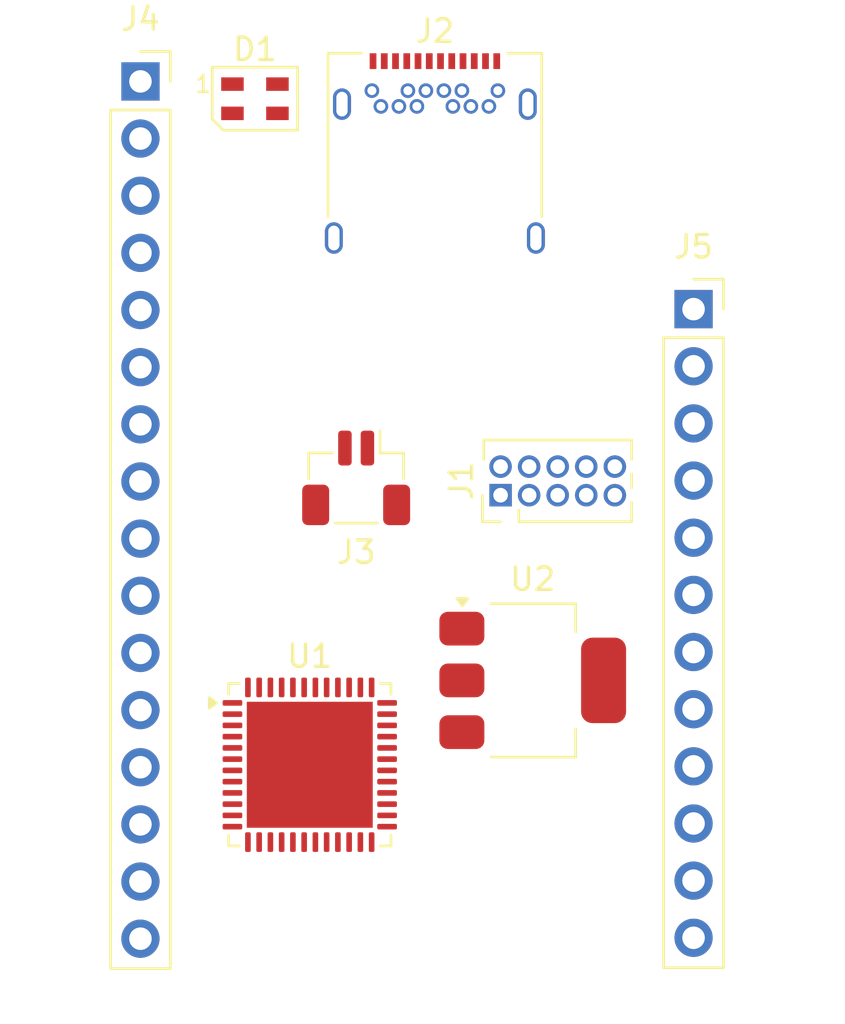
<source format=kicad_pcb>
(kicad_pcb (version 20241229) (generator "pcbnew") (generator_version "9.0")
  (layers (0 "F.Cu" signal) (2 "B.Cu" power) (13 "F.Paste" user) (15 "B.Paste" user) (5 "F.SilkS" user "F.Silkscreen") (7 "B.SilkS" user "B.Silkscreen") (1 "F.Mask" user) (3 "B.Mask" user) (25 "Edge.Cuts" user))
  (net 0 "")
  (net 1 "Net-(D1-DIN)")
  (net 2 "+5V")
  (net 4 "GND")
  (net 5 "/SYS_JTCK_SWCLK")
  (net 8 "/SYS_JTDO_SWO")
  (net 9 "+3.3V")
  (net 11 "/SWDIO")
  (net 12 "/SYS_JTRST")
  (net 13 "Net-(J2-CC2)")
  (net 14 "Net-(J2-CC1)")
  (net 15 "/USB_D-")
  (net 18 "/USB_D+")
  (net 19 "/I2C1_SCL")
  (net 20 "/I2C1_SDA")
  (net 21 "/PB4")
  (net 22 "/PB13")
  (net 23 "/PA6")
  (net 24 "/PB14")
  (net 25 "/PA10")
  (net 26 "/PB15")
  (net 27 "/PA9")
  (net 29 "/PA8")
  (net 30 "/PB5")
  (net 32 "/PA7")
  (net 33 "/NRST")
  (net 34 "/PA5")
  (net 35 "/PC15")
  (net 36 "/PB1")
  (net 38 "/PB0")
  (net 40 "/STATUS_DIN")
  (net 41 "/I2C2_SDA")
  (net 42 "/PC13")
  (net 43 "/I2C2_SCL")
  (net 44 "/PC14")
  (net 45 "/PB2")
  (net 48 "/HSE-IN")
  (net 49 "/BOOT0")
  (net 51 "Net-(U1-VCAP1)")
  (net 55 "/HSE-OUT")
  (footprint "Connector_JST:JST_SH_BM02B-SRSS-TB_1x02-1MP_P1.00mm_Vertical" (layer "F.Cu") (at 33.5 167 180)
    (property "Reference" "J3" (at 0 -3.3 0) (layer "F.SilkS"))
    (property "Value" "Conn_01x04_Socket")
    (fp_line (start 2.11 1.11) (end 1.06 1.11) (stroke (width 0.12)) (layer "F.SilkS"))
    (fp_line (start 2.11 -0.04) (end 2.11 1.11) (stroke (width 0.12)) (layer "F.SilkS"))
    (fp_line (start -0.94 -2.01) (end 0.94 -2.01) (stroke (width 0.12)) (layer "F.SilkS"))
    (fp_line (start -1.06 1.11) (end -1.06 2.1) (stroke (width 0.12)) (layer "F.SilkS"))
    (fp_line (start -2.11 1.11) (end -1.06 1.11) (stroke (width 0.12)) (layer "F.SilkS"))
    (fp_line (start -2.11 -0.04) (end -2.11 1.11) (stroke (width 0.12)) (layer "F.SilkS"))
    (pad "1" smd roundrect (at -0.5 1.325 180) (size 0.6 1.55) (layers "F.Cu" "F.Mask" "F.Paste") (net 19 "/I2C1_SCL"))
    (pad "2" smd roundrect (at 0.5 1.325 180) (size 0.6 1.55) (layers "F.Cu" "F.Mask" "F.Paste") (net 20 "/I2C1_SDA"))
    (pad "MP" smd roundrect (at -1.8 -1.2 180) (size 1.2 1.8) (layers "F.Cu" "F.Mask" "F.Paste") (roundrect_rratio 0.208333))
    (pad "MP" smd roundrect (at 1.8 -1.2 180) (size 1.2 1.8) (layers "F.Cu" "F.Mask" "F.Paste") (roundrect_rratio 0.208333))
  )
  (footprint "Package_TO_SOT_SMD:SOT-223-3_TabPin2" (layer "F.Cu") (at 41.35 176)
    (property "Reference" "U2" (at 0 -4.5 0) (layer "F.SilkS"))
    (property "Value" "AMS1117-3.3")
    (fp_line (start -1.85 -3.41) (end 1.91 -3.41) (stroke (width 0.12)) (layer "F.SilkS"))
    (fp_line (start -1.85 3.41) (end 1.91 3.41) (stroke (width 0.12)) (layer "F.SilkS"))
    (fp_line (start 1.91 -3.41) (end 1.91 -2.15) (stroke (width 0.12)) (layer "F.SilkS"))
    (fp_line (start 1.91 3.41) (end 1.91 2.15) (stroke (width 0.12)) (layer "F.SilkS"))
    (fp_poly (pts (xy -3.13 -3.31) (xy -3.37 -3.64) (xy -2.89 -3.64) (xy -3.13 -3.31)) (stroke (width 0.12)) (fill yes) (layer "F.SilkS"))
    (pad "1" smd roundrect (at -3.15 -2.3) (size 2 1.5) (layers "F.Cu" "F.Mask" "F.Paste") (net 4 "GND"))
    (pad "2" smd roundrect (at -3.15 0) (size 2 1.5) (layers "F.Cu" "F.Mask" "F.Paste") (net 9 "+3.3V"))
    (pad "2" smd roundrect (at 3.15 0) (size 2 3.8) (layers "F.Cu" "F.Mask" "F.Paste") (net 9 "+3.3V"))
    (pad "3" smd roundrect (at -3.15 2.3) (size 2 1.5) (layers "F.Cu" "F.Mask" "F.Paste") (net 2 "+5V"))
  )
  (footprint "Connector_PinSocket_2.54mm:PinSocket_1x16_P2.54mm_Vertical" (layer "F.Cu") (at 23.91 149.38)
    (property "Reference" "J4" (at 0 -2.77 0) (layer "F.SilkS"))
    (property "Value" "Conn_01x16_Pin")
    (fp_line (start -1.33 1.27) (end -1.33 39.43) (stroke (width 0.12)) (layer "F.SilkS"))
    (fp_line (start -1.33 1.27) (end 1.33 1.27) (stroke (width 0.12)) (layer "F.SilkS"))
    (fp_line (start -1.33 39.43) (end 1.33 39.43) (stroke (width 0.12)) (layer "F.SilkS"))
    (fp_line (start 0 -1.33) (end 1.33 -1.33) (stroke (width 0.12)) (layer "F.SilkS"))
    (fp_line (start 1.33 -1.33) (end 1.33 0) (stroke (width 0.12)) (layer "F.SilkS"))
    (fp_line (start 1.33 1.27) (end 1.33 39.43) (stroke (width 0.12)) (layer "F.SilkS"))
    (pad "1" thru_hole rect (at 0 0) (size 1.7 1.7) (drill 1) (layers "*.Cu" "*.Mask") (net 33 "/NRST"))
    (pad "2" thru_hole circle (at 0 2.54) (size 1.7 1.7) (drill 1) (layers "*.Cu" "*.Mask") (net 9 "+3.3V"))
    (pad "3" thru_hole circle (at 0 5.08) (size 1.7 1.7) (drill 1) (layers "*.Cu" "*.Mask"))
    (pad "4" thru_hole circle (at 0 7.62) (size 1.7 1.7) (drill 1) (layers "*.Cu" "*.Mask") (net 4 "GND"))
    (pad "5" thru_hole circle (at 0 10.16) (size 1.7 1.7) (drill 1) (layers "*.Cu" "*.Mask") (net 34 "/PA5"))
    (pad "6" thru_hole circle (at 0 12.7) (size 1.7 1.7) (drill 1) (layers "*.Cu" "*.Mask") (net 23 "/PA6"))
    (pad "7" thru_hole circle (at 0 15.24) (size 1.7 1.7) (drill 1) (layers "*.Cu" "*.Mask") (net 32 "/PA7"))
    (pad "8" thru_hole circle (at 0 17.78) (size 1.7 1.7) (drill 1) (layers "*.Cu" "*.Mask") (net 29 "/PA8"))
    (pad "9" thru_hole circle (at 0 20.32) (size 1.7 1.7) (drill 1) (layers "*.Cu" "*.Mask") (net 27 "/PA9"))
    (pad "10" thru_hole circle (at 0 22.86) (size 1.7 1.7) (drill 1) (layers "*.Cu" "*.Mask") (net 25 "/PA10"))
    (pad "11" thru_hole circle (at 0 25.4) (size 1.7 1.7) (drill 1) (layers "*.Cu" "*.Mask") (net 22 "/PB13"))
    (pad "12" thru_hole circle (at 0 27.94) (size 1.7 1.7) (drill 1) (layers "*.Cu" "*.Mask") (net 24 "/PB14"))
    (pad "13" thru_hole circle (at 0 30.48) (size 1.7 1.7) (drill 1) (layers "*.Cu" "*.Mask") (net 26 "/PB15"))
    (pad "14" thru_hole circle (at 0 33.02) (size 1.7 1.7) (drill 1) (layers "*.Cu" "*.Mask") (net 21 "/PB4"))
    (pad "15" thru_hole circle (at 0 35.56) (size 1.7 1.7) (drill 1) (layers "*.Cu" "*.Mask") (net 30 "/PB5"))
    (pad "16" thru_hole circle (at 0 38.1) (size 1.7 1.7) (drill 1) (layers "*.Cu" "*.Mask"))
  )
  (footprint "LED_SMD:LED_SK6805_PLCC4_2.4x2.7mm_P1.3mm" (layer "F.Cu") (at 29 150.15)
    (property "Reference" "D1" (at 0 -2.2 0) (layer "F.SilkS"))
    (property "Value" "SK6805")
    (fp_line (start -1.9 -1.4) (end -1.9 0.9) (stroke (width 0.12)) (layer "F.SilkS"))
    (fp_line (start -1.9 -1.4) (end 1.9 -1.4) (stroke (width 0.12)) (layer "F.SilkS"))
    (fp_line (start -1.9 0.9) (end -1.4 1.4) (stroke (width 0.12)) (layer "F.SilkS"))
    (fp_line (start 1.9 1.4) (end -1.4 1.4) (stroke (width 0.12)) (layer "F.SilkS"))
    (fp_line (start 1.9 1.4) (end 1.9 -1.4) (stroke (width 0.12)) (layer "F.SilkS"))
    (fp_text user "1" (at -2.3 -0.65 0) (layer "F.SilkS") (effects (font (size 0.75 0.75) (thickness 0.12))))
    (pad "1" smd rect (at -1 -0.65) (size 1 0.6) (layers "F.Cu" "F.Mask" "F.Paste"))
    (pad "2" smd rect (at -1 0.65) (size 1 0.6) (layers "F.Cu" "F.Mask" "F.Paste") (net 4 "GND"))
    (pad "3" smd rect (at 1 0.65) (size 1 0.6) (layers "F.Cu" "F.Mask" "F.Paste") (net 1 "Net-(D1-DIN)"))
    (pad "4" smd rect (at 1 -0.65) (size 1 0.6) (layers "F.Cu" "F.Mask" "F.Paste") (net 2 "+5V"))
  )
  (footprint "Connector_USB:USB_C_Receptacle_Amphenol_12401548E4-2A" (layer "F.Cu") (at 37 153.5)
    (property "Reference" "J2" (at 0 -6.36 0) (layer "F.SilkS"))
    (property "Value" "USB_C_Receptacle_USB2.0_16P")
    (fp_line (start -4.75 -5.37) (end -4.75 1.89) (stroke (width 0.12)) (layer "F.SilkS"))
    (fp_line (start -4.75 -5.37) (end -3.25 -5.37) (stroke (width 0.12)) (layer "F.SilkS"))
    (fp_line (start 3.25 -5.37) (end 4.75 -5.37) (stroke (width 0.12)) (layer "F.SilkS"))
    (fp_line (start 4.75 -5.37) (end 4.75 1.89) (stroke (width 0.12)) (layer "F.SilkS"))
    (pad "" np_thru_hole circle (at -3.6 -4.36) (size 0.65 0.65) (drill 0.65) (layers "*.Cu" "*.Mask"))
    (pad "" np_thru_hole oval (at 3.6 -4.36) (size 0.95 0.65) (drill oval 0.95 0.65) (layers "*.Cu" "*.Mask"))
    (pad "A1" smd rect (at -2.75 -5.02) (size 0.3 0.7) (layers "F.Cu" "F.Mask" "F.Paste") (net 4 "GND"))
    (pad "A2" smd rect (at -2.25 -5.02) (size 0.3 0.7) (layers "F.Cu" "F.Mask" "F.Paste"))
    (pad "A3" smd rect (at -1.75 -5.02) (size 0.3 0.7) (layers "F.Cu" "F.Mask" "F.Paste"))
    (pad "A4" smd rect (at -1.25 -5.02) (size 0.3 0.7) (layers "F.Cu" "F.Mask" "F.Paste") (net 2 "+5V"))
    (pad "A5" smd rect (at -0.75 -5.02) (size 0.3 0.7) (layers "F.Cu" "F.Mask" "F.Paste") (net 14 "Net-(J2-CC1)"))
    (pad "A6" smd rect (at -0.25 -5.02) (size 0.3 0.7) (layers "F.Cu" "F.Mask" "F.Paste") (net 18 "/USB_D+"))
    (pad "A7" smd rect (at 0.25 -5.02) (size 0.3 0.7) (layers "F.Cu" "F.Mask" "F.Paste") (net 15 "/USB_D-"))
    (pad "A8" smd rect (at 0.75 -5.02) (size 0.3 0.7) (layers "F.Cu" "F.Mask" "F.Paste"))
    (pad "A9" smd rect (at 1.25 -5.02) (size 0.3 0.7) (layers "F.Cu" "F.Mask" "F.Paste") (net 2 "+5V"))
    (pad "A10" smd rect (at 1.75 -5.02) (size 0.3 0.7) (layers "F.Cu" "F.Mask" "F.Paste"))
    (pad "A11" smd rect (at 2.25 -5.02) (size 0.3 0.7) (layers "F.Cu" "F.Mask" "F.Paste"))
    (pad "A12" smd rect (at 2.75 -5.02) (size 0.3 0.7) (layers "F.Cu" "F.Mask" "F.Paste") (net 4 "GND"))
    (pad "B1" thru_hole circle (at 2.8 -3.71) (size 0.65 0.65) (drill 0.4) (property pad_prop_heatsink) (layers "*.Cu" "*.Mask") (net 4 "GND"))
    (pad "B2" thru_hole circle (at 2.4 -3.01) (size 0.65 0.65) (drill 0.4) (property pad_prop_heatsink) (layers "*.Cu" "*.Mask"))
    (pad "B3" thru_hole circle (at 1.6 -3.01) (size 0.65 0.65) (drill 0.4) (property pad_prop_heatsink) (layers "*.Cu" "*.Mask"))
    (pad "B4" thru_hole circle (at 1.2 -3.71) (size 0.65 0.65) (drill 0.4) (property pad_prop_heatsink) (layers "*.Cu" "*.Mask") (net 2 "+5V"))
    (pad "B5" thru_hole circle (at 0.8 -3.01) (size 0.65 0.65) (drill 0.4) (property pad_prop_heatsink) (layers "*.Cu" "*.Mask") (net 13 "Net-(J2-CC2)"))
    (pad "B6" thru_hole circle (at 0.4 -3.71) (size 0.65 0.65) (drill 0.4) (property pad_prop_heatsink) (layers "*.Cu" "*.Mask") (net 18 "/USB_D+"))
    (pad "B7" thru_hole circle (at -0.4 -3.71) (size 0.65 0.65) (drill 0.4) (property pad_prop_heatsink) (layers "*.Cu" "*.Mask") (net 15 "/USB_D-"))
    (pad "B8" thru_hole circle (at -0.8 -3.01) (size 0.65 0.65) (drill 0.4) (property pad_prop_heatsink) (layers "*.Cu" "*.Mask"))
    (pad "B9" thru_hole circle (at -1.2 -3.71) (size 0.65 0.65) (drill 0.4) (property pad_prop_heatsink) (layers "*.Cu" "*.Mask") (net 2 "+5V"))
    (pad "B10" thru_hole circle (at -1.6 -3.01) (size 0.65 0.65) (drill 0.4) (property pad_prop_heatsink) (layers "*.Cu" "*.Mask"))
    (pad "B11" thru_hole circle (at -2.4 -3.01) (size 0.65 0.65) (drill 0.4) (property pad_prop_heatsink) (layers "*.Cu" "*.Mask"))
    (pad "B12" thru_hole circle (at -2.8 -3.71) (size 0.65 0.65) (drill 0.4) (property pad_prop_heatsink) (layers "*.Cu" "*.Mask") (net 4 "GND"))
    (pad "S1" thru_hole oval (at -4.49 2.84) (size 0.8 1.4) (drill oval 0.5 1.1) (property pad_prop_heatsink) (layers "*.Cu" "*.Mask") (net 4 "GND"))
    (pad "S1" thru_hole oval (at -4.13 -3.11) (size 0.8 1.4) (drill oval 0.5 1.1) (property pad_prop_heatsink) (layers "*.Cu" "*.Mask") (net 4 "GND"))
    (pad "S1" thru_hole oval (at 4.13 -3.11) (size 0.8 1.4) (drill oval 0.5 1.1) (property pad_prop_heatsink) (layers "*.Cu" "*.Mask") (net 4 "GND"))
    (pad "S1" thru_hole oval (at 4.49 2.84) (size 0.8 1.4) (drill oval 0.5 1.1) (property pad_prop_heatsink) (layers "*.Cu" "*.Mask") (net 4 "GND"))
  )
  (footprint "Connector_PinSocket_2.54mm:PinSocket_1x12_P2.54mm_Vertical" (layer "F.Cu") (at 48.5 159.5)
    (property "Reference" "J5" (at 0 -2.77 0) (layer "F.SilkS"))
    (property "Value" "Conn_01x12_Pin")
    (fp_line (start -1.33 1.27) (end -1.33 29.27) (stroke (width 0.12)) (layer "F.SilkS"))
    (fp_line (start -1.33 1.27) (end 1.33 1.27) (stroke (width 0.12)) (layer "F.SilkS"))
    (fp_line (start -1.33 29.27) (end 1.33 29.27) (stroke (width 0.12)) (layer "F.SilkS"))
    (fp_line (start 0 -1.33) (end 1.33 -1.33) (stroke (width 0.12)) (layer "F.SilkS"))
    (fp_line (start 1.33 -1.33) (end 1.33 0) (stroke (width 0.12)) (layer "F.SilkS"))
    (fp_line (start 1.33 1.27) (end 1.33 29.27) (stroke (width 0.12)) (layer "F.SilkS"))
    (pad "1" thru_hole rect (at 0 0) (size 1.7 1.7) (drill 1) (layers "*.Cu" "*.Mask") (net 41 "/I2C2_SDA"))
    (pad "2" thru_hole circle (at 0 2.54) (size 1.7 1.7) (drill 1) (layers "*.Cu" "*.Mask") (net 43 "/I2C2_SCL"))
    (pad "3" thru_hole circle (at 0 5.08) (size 1.7 1.7) (drill 1) (layers "*.Cu" "*.Mask") (net 35 "/PC15"))
    (pad "4" thru_hole circle (at 0 7.62) (size 1.7 1.7) (drill 1) (layers "*.Cu" "*.Mask") (net 44 "/PC14"))
    (pad "5" thru_hole circle (at 0 10.16) (size 1.7 1.7) (drill 1) (layers "*.Cu" "*.Mask") (net 42 "/PC13"))
    (pad "6" thru_hole circle (at 0 12.7) (size 1.7 1.7) (drill 1) (layers "*.Cu" "*.Mask") (net 45 "/PB2"))
    (pad "7" thru_hole circle (at 0 15.24) (size 1.7 1.7) (drill 1) (layers "*.Cu" "*.Mask") (net 36 "/PB1"))
    (pad "8" thru_hole circle (at 0 17.78) (size 1.7 1.7) (drill 1) (layers "*.Cu" "*.Mask") (net 38 "/PB0"))
    (pad "9" thru_hole circle (at 0 20.32) (size 1.7 1.7) (drill 1) (layers "*.Cu" "*.Mask") (net 40 "/STATUS_DIN"))
    (pad "10" thru_hole circle (at 0 22.86) (size 1.7 1.7) (drill 1) (layers "*.Cu" "*.Mask") (net 18 "/USB_D+"))
    (pad "11" thru_hole circle (at 0 25.4) (size 1.7 1.7) (drill 1) (layers "*.Cu" "*.Mask"))
    (pad "12" thru_hole circle (at 0 27.94) (size 1.7 1.7) (drill 1) (layers "*.Cu" "*.Mask"))
  )
  (footprint "Package_DFN_QFN:QFN-48-1EP_7x7mm_P0.5mm_EP5.6x5.6mm" (layer "F.Cu") (at 31.4375 179.75)
    (property "Reference" "U1" (at 0 -4.83 0) (layer "F.SilkS"))
    (property "Value" "STM32F411CEUx")
    (fp_line (start -3.61 -3.61) (end -3.135 -3.61) (stroke (width 0.12)) (layer "F.SilkS"))
    (fp_line (start -3.61 -3.135) (end -3.61 -3.61) (stroke (width 0.12)) (layer "F.SilkS"))
    (fp_line (start -3.61 3.61) (end -3.61 3.135) (stroke (width 0.12)) (layer "F.SilkS"))
    (fp_line (start -3.135 3.61) (end -3.61 3.61) (stroke (width 0.12)) (layer "F.SilkS"))
    (fp_line (start 3.135 -3.61) (end 3.61 -3.61) (stroke (width 0.12)) (layer "F.SilkS"))
    (fp_line (start 3.61 -3.61) (end 3.61 -3.135) (stroke (width 0.12)) (layer "F.SilkS"))
    (fp_line (start 3.61 3.135) (end 3.61 3.61) (stroke (width 0.12)) (layer "F.SilkS"))
    (fp_line (start 3.61 3.61) (end 3.135 3.61) (stroke (width 0.12)) (layer "F.SilkS"))
    (fp_poly (pts (xy -4.14 -2.75) (xy -4.47 -2.51) (xy -4.47 -2.99)) (stroke (width 0.12)) (fill yes) (layer "F.SilkS"))
    (pad "1" smd roundrect (at -3.4375 -2.75) (size 0.875 0.25) (layers "F.Cu" "F.Mask" "F.Paste") (net 9 "+3.3V"))
    (pad "2" smd roundrect (at -3.4375 -2.25) (size 0.875 0.25) (layers "F.Cu" "F.Mask" "F.Paste") (net 42 "/PC13"))
    (pad "3" smd roundrect (at -3.4375 -1.75) (size 0.875 0.25) (layers "F.Cu" "F.Mask" "F.Paste") (net 44 "/PC14"))
    (pad "4" smd roundrect (at -3.4375 -1.25) (size 0.875 0.25) (layers "F.Cu" "F.Mask" "F.Paste") (net 35 "/PC15"))
    (pad "5" smd roundrect (at -3.4375 -0.75) (size 0.875 0.25) (layers "F.Cu" "F.Mask" "F.Paste") (net 48 "/HSE-IN"))
    (pad "6" smd roundrect (at -3.4375 -0.25) (size 0.875 0.25) (layers "F.Cu" "F.Mask" "F.Paste") (net 55 "/HSE-OUT"))
    (pad "7" smd roundrect (at -3.4375 0.25) (size 0.875 0.25) (layers "F.Cu" "F.Mask" "F.Paste") (net 33 "/NRST"))
    (pad "8" smd roundrect (at -3.4375 0.75) (size 0.875 0.25) (layers "F.Cu" "F.Mask" "F.Paste") (net 4 "GND"))
    (pad "9" smd roundrect (at -3.4375 1.25) (size 0.875 0.25) (layers "F.Cu" "F.Mask" "F.Paste") (net 9 "+3.3V"))
    (pad "10" smd roundrect (at -3.4375 1.75) (size 0.875 0.25) (layers "F.Cu" "F.Mask" "F.Paste") (net 40 "/STATUS_DIN"))
    (pad "11" smd roundrect (at -3.4375 2.25) (size 0.875 0.25) (layers "F.Cu" "F.Mask" "F.Paste"))
    (pad "12" smd roundrect (at -3.4375 2.75) (size 0.875 0.25) (layers "F.Cu" "F.Mask" "F.Paste"))
    (pad "13" smd roundrect (at -2.75 3.4375) (size 0.25 0.875) (layers "F.Cu" "F.Mask" "F.Paste") (net 8 "/SYS_JTDO_SWO"))
    (pad "14" smd roundrect (at -2.25 3.4375) (size 0.25 0.875) (layers "F.Cu" "F.Mask" "F.Paste") (net 12 "/SYS_JTRST"))
    (pad "15" smd roundrect (at -1.75 3.4375) (size 0.25 0.875) (layers "F.Cu" "F.Mask" "F.Paste") (net 34 "/PA5"))
    (pad "16" smd roundrect (at -1.25 3.4375) (size 0.25 0.875) (layers "F.Cu" "F.Mask" "F.Paste") (net 23 "/PA6"))
    (pad "17" smd roundrect (at -0.75 3.4375) (size 0.25 0.875) (layers "F.Cu" "F.Mask" "F.Paste") (net 32 "/PA7"))
    (pad "18" smd roundrect (at -0.25 3.4375) (size 0.25 0.875) (layers "F.Cu" "F.Mask" "F.Paste") (net 38 "/PB0"))
    (pad "19" smd roundrect (at 0.25 3.4375) (size 0.25 0.875) (layers "F.Cu" "F.Mask" "F.Paste") (net 36 "/PB1"))
    (pad "20" smd roundrect (at 0.75 3.4375) (size 0.25 0.875) (layers "F.Cu" "F.Mask" "F.Paste") (net 45 "/PB2"))
    (pad "21" smd roundrect (at 1.25 3.4375) (size 0.25 0.875) (layers "F.Cu" "F.Mask" "F.Paste") (net 41 "/I2C2_SDA"))
    (pad "22" smd roundrect (at 1.75 3.4375) (size 0.25 0.875) (layers "F.Cu" "F.Mask" "F.Paste") (net 51 "Net-(U1-VCAP1)"))
    (pad "23" smd roundrect (at 2.25 3.4375) (size 0.25 0.875) (layers "F.Cu" "F.Mask" "F.Paste") (net 4 "GND"))
    (pad "24" smd roundrect (at 2.75 3.4375) (size 0.25 0.875) (layers "F.Cu" "F.Mask" "F.Paste") (net 9 "+3.3V"))
    (pad "25" smd roundrect (at 3.4375 2.75) (size 0.875 0.25) (layers "F.Cu" "F.Mask" "F.Paste"))
    (pad "26" smd roundrect (at 3.4375 2.25) (size 0.875 0.25) (layers "F.Cu" "F.Mask" "F.Paste") (net 22 "/PB13"))
    (pad "27" smd roundrect (at 3.4375 1.75) (size 0.875 0.25) (layers "F.Cu" "F.Mask" "F.Paste") (net 24 "/PB14"))
    (pad "28" smd roundrect (at 3.4375 1.25) (size 0.875 0.25) (layers "F.Cu" "F.Mask" "F.Paste") (net 26 "/PB15"))
    (pad "29" smd roundrect (at 3.4375 0.75) (size 0.875 0.25) (layers "F.Cu" "F.Mask" "F.Paste") (net 29 "/PA8"))
    (pad "30" smd roundrect (at 3.4375 0.25) (size 0.875 0.25) (layers "F.Cu" "F.Mask" "F.Paste") (net 27 "/PA9"))
    (pad "31" smd roundrect (at 3.4375 -0.25) (size 0.875 0.25) (layers "F.Cu" "F.Mask" "F.Paste") (net 25 "/PA10"))
    (pad "32" smd roundrect (at 3.4375 -0.75) (size 0.875 0.25) (layers "F.Cu" "F.Mask" "F.Paste") (net 15 "/USB_D-"))
    (pad "33" smd roundrect (at 3.4375 -1.25) (size 0.875 0.25) (layers "F.Cu" "F.Mask" "F.Paste") (net 18 "/USB_D+"))
    (pad "34" smd roundrect (at 3.4375 -1.75) (size 0.875 0.25) (layers "F.Cu" "F.Mask" "F.Paste") (net 11 "/SWDIO"))
    (pad "35" smd roundrect (at 3.4375 -2.25) (size 0.875 0.25) (layers "F.Cu" "F.Mask" "F.Paste") (net 4 "GND"))
    (pad "36" smd roundrect (at 3.4375 -2.75) (size 0.875 0.25) (layers "F.Cu" "F.Mask" "F.Paste") (net 9 "+3.3V"))
    (pad "37" smd roundrect (at 2.75 -3.4375) (size 0.25 0.875) (layers "F.Cu" "F.Mask" "F.Paste") (net 5 "/SYS_JTCK_SWCLK"))
    (pad "38" smd roundrect (at 2.25 -3.4375) (size 0.25 0.875) (layers "F.Cu" "F.Mask" "F.Paste"))
    (pad "39" smd roundrect (at 1.75 -3.4375) (size 0.25 0.875) (layers "F.Cu" "F.Mask" "F.Paste") (net 43 "/I2C2_SCL"))
    (pad "40" smd roundrect (at 1.25 -3.4375) (size 0.25 0.875) (layers "F.Cu" "F.Mask" "F.Paste") (net 21 "/PB4"))
    (pad "41" smd roundrect (at 0.75 -3.4375) (size 0.25 0.875) (layers "F.Cu" "F.Mask" "F.Paste") (net 30 "/PB5"))
    (pad "42" smd roundrect (at 0.25 -3.4375) (size 0.25 0.875) (layers "F.Cu" "F.Mask" "F.Paste") (net 19 "/I2C1_SCL"))
    (pad "43" smd roundrect (at -0.25 -3.4375) (size 0.25 0.875) (layers "F.Cu" "F.Mask" "F.Paste") (net 20 "/I2C1_SDA"))
    (pad "44" smd roundrect (at -0.75 -3.4375) (size 0.25 0.875) (layers "F.Cu" "F.Mask" "F.Paste") (net 49 "/BOOT0"))
    (pad "45" smd roundrect (at -1.25 -3.4375) (size 0.25 0.875) (layers "F.Cu" "F.Mask" "F.Paste"))
    (pad "46" smd roundrect (at -1.75 -3.4375) (size 0.25 0.875) (layers "F.Cu" "F.Mask" "F.Paste"))
    (pad "47" smd roundrect (at -2.25 -3.4375) (size 0.25 0.875) (layers "F.Cu" "F.Mask" "F.Paste") (net 4 "GND"))
    (pad "48" smd roundrect (at -2.75 -3.4375) (size 0.25 0.875) (layers "F.Cu" "F.Mask" "F.Paste") (net 9 "+3.3V"))
    (pad "49" smd rect (at 0 0) (size 5.6 5.6) (property pad_prop_heatsink) (layers "F.Cu" "F.Mask") (net 4 "GND"))
  )
  (footprint "Connector_PinHeader_1.27mm:PinHeader_2x05_P1.27mm_Vertical" (layer "F.Cu") (at 39.92 167.77 90)
    (property "Reference" "J1" (at 0.635 -1.745 90) (layer "F.SilkS"))
    (property "Value" "Conn_ARM_JTAG_SWD_10")
    (fp_line (start -1.18 -0.81) (end 0 -0.81) (stroke (width 0.12)) (layer "F.SilkS"))
    (fp_line (start 2.45 -0.745) (end 2.45 5.825) (stroke (width 0.12)) (layer "F.SilkS"))
    (fp_line (start 1.587923 -0.745) (end 2.45 -0.745) (stroke (width 0.12)) (layer "F.SilkS"))
    (fp_line (start -1.18 0) (end -1.18 -0.81) (stroke (width 0.12)) (layer "F.SilkS"))
    (fp_line (start -1.18 0.81) (end -0.666708 0.81) (stroke (width 0.12)) (layer "F.SilkS"))
    (fp_line (start -1.18 0.81) (end -1.18 5.825) (stroke (width 0.12)) (layer "F.SilkS"))
    (fp_line (start 1.587923 5.825) (end 2.45 5.825) (stroke (width 0.12)) (layer "F.SilkS"))
    (fp_line (start 0.317923 5.825) (end 0.952077 5.825) (stroke (width 0.12)) (layer "F.SilkS"))
    (fp_line (start -1.18 5.825) (end -0.317923 5.825) (stroke (width 0.12)) (layer "F.SilkS"))
    (pad "1" thru_hole rect (at 0 0 90) (size 1 1) (drill 0.65) (layers "*.Cu" "*.Mask") (net 9 "+3.3V"))
    (pad "2" thru_hole circle (at 1.27 0 90) (size 1 1) (drill 0.65) (layers "*.Cu" "*.Mask") (net 11 "/SWDIO"))
    (pad "3" thru_hole circle (at 0 1.27 90) (size 1 1) (drill 0.65) (layers "*.Cu" "*.Mask") (net 4 "GND"))
    (pad "4" thru_hole circle (at 1.27 1.27 90) (size 1 1) (drill 0.65) (layers "*.Cu" "*.Mask") (net 5 "/SYS_JTCK_SWCLK"))
    (pad "5" thru_hole circle (at 0 2.54 90) (size 1 1) (drill 0.65) (layers "*.Cu" "*.Mask") (net 4 "GND"))
    (pad "6" thru_hole circle (at 1.27 2.54 90) (size 1 1) (drill 0.65) (layers "*.Cu" "*.Mask") (net 8 "/SYS_JTDO_SWO"))
    (pad "7" thru_hole circle (at 0 3.81 90) (size 1 1) (drill 0.65) (layers "*.Cu" "*.Mask"))
    (pad "8" thru_hole circle (at 1.27 3.81 90) (size 1 1) (drill 0.65) (layers "*.Cu" "*.Mask"))
    (pad "9" thru_hole circle (at 0 5.08 90) (size 1 1) (drill 0.65) (layers "*.Cu" "*.Mask"))
    (pad "10" thru_hole circle (at 1.27 5.08 90) (size 1 1) (drill 0.65) (layers "*.Cu" "*.Mask") (net 12 "/SYS_JTRST"))
  )
)
</source>
